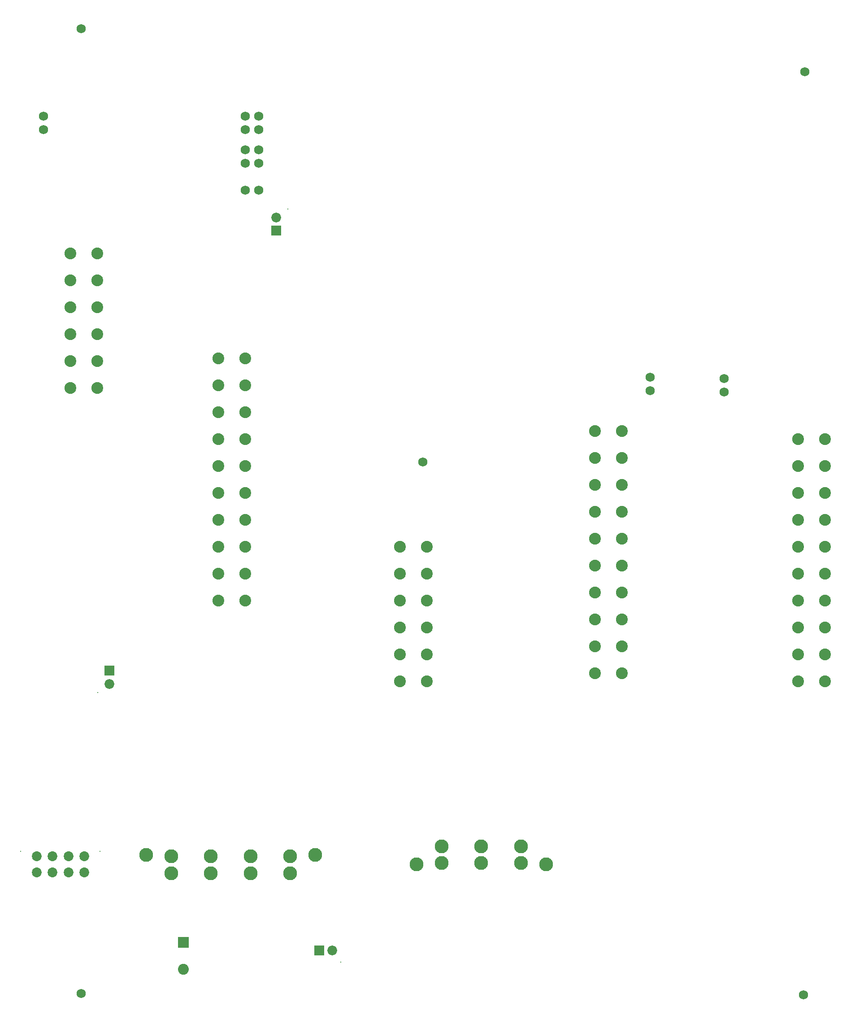
<source format=gbs>
G04 Layer_Color=16711935*
%FSLAX24Y24*%
%MOIN*%
G70*
G01*
G75*
%ADD32C,0.0680*%
%ADD33R,0.0808X0.0808*%
%ADD34C,0.0808*%
%ADD35C,0.0879*%
%ADD36C,0.1030*%
%ADD37C,0.0080*%
%ADD38C,0.0724*%
%ADD39R,0.0724X0.0724*%
%ADD40C,0.0730*%
%ADD41R,0.0724X0.0724*%
D32*
X35200Y47800D02*
D03*
X63600Y76800D02*
D03*
X9800Y80000D02*
D03*
X63500Y8200D02*
D03*
X9800Y8300D02*
D03*
X7000Y73500D02*
D03*
Y72500D02*
D03*
X23000Y70000D02*
D03*
X22000D02*
D03*
X23000Y71000D02*
D03*
X22000D02*
D03*
X23000Y72500D02*
D03*
X22000D02*
D03*
X23000Y73500D02*
D03*
X22000D02*
D03*
X23000Y68000D02*
D03*
X22000D02*
D03*
X52100Y53100D02*
D03*
Y54100D02*
D03*
X57600Y53000D02*
D03*
Y54000D02*
D03*
D33*
X17400Y12100D02*
D03*
D34*
Y10100D02*
D03*
D35*
X63100Y49500D02*
D03*
Y47500D02*
D03*
Y45500D02*
D03*
Y43500D02*
D03*
Y41500D02*
D03*
Y39500D02*
D03*
X65100D02*
D03*
Y41500D02*
D03*
Y43500D02*
D03*
Y45500D02*
D03*
Y47500D02*
D03*
Y49500D02*
D03*
X63100Y31500D02*
D03*
X65100D02*
D03*
Y37500D02*
D03*
Y35500D02*
D03*
Y33500D02*
D03*
X63100D02*
D03*
Y35500D02*
D03*
Y37500D02*
D03*
X48000Y50100D02*
D03*
Y48100D02*
D03*
Y46100D02*
D03*
Y44100D02*
D03*
Y42100D02*
D03*
Y40100D02*
D03*
X50000D02*
D03*
Y42100D02*
D03*
Y44100D02*
D03*
Y46100D02*
D03*
Y48100D02*
D03*
Y50100D02*
D03*
X48000Y32100D02*
D03*
X50000D02*
D03*
Y38100D02*
D03*
Y36100D02*
D03*
Y34100D02*
D03*
X48000D02*
D03*
Y36100D02*
D03*
Y38100D02*
D03*
X20000Y53500D02*
D03*
Y51500D02*
D03*
X35500Y41500D02*
D03*
Y39500D02*
D03*
Y37500D02*
D03*
Y35500D02*
D03*
Y33500D02*
D03*
Y31500D02*
D03*
X33500D02*
D03*
Y33500D02*
D03*
Y35500D02*
D03*
Y37500D02*
D03*
Y39500D02*
D03*
Y41500D02*
D03*
X20000Y43500D02*
D03*
Y41500D02*
D03*
Y39500D02*
D03*
X22000D02*
D03*
Y41500D02*
D03*
Y43500D02*
D03*
Y37500D02*
D03*
X20000D02*
D03*
X22000Y55500D02*
D03*
Y53500D02*
D03*
Y51500D02*
D03*
Y49500D02*
D03*
Y47500D02*
D03*
Y45500D02*
D03*
X20000D02*
D03*
Y47500D02*
D03*
Y49500D02*
D03*
Y55500D02*
D03*
X11000Y63300D02*
D03*
Y61300D02*
D03*
Y59300D02*
D03*
Y57300D02*
D03*
Y55300D02*
D03*
Y53300D02*
D03*
X9000D02*
D03*
Y55300D02*
D03*
Y57300D02*
D03*
Y59300D02*
D03*
Y61300D02*
D03*
Y63300D02*
D03*
D36*
X14630Y18600D02*
D03*
X27220D02*
D03*
X25350Y17250D02*
D03*
X22400D02*
D03*
X19450D02*
D03*
X16500D02*
D03*
Y18500D02*
D03*
X19450D02*
D03*
X22400D02*
D03*
X25350D02*
D03*
X34730Y17900D02*
D03*
X44370D02*
D03*
X42500Y19250D02*
D03*
X39550D02*
D03*
X36600D02*
D03*
Y18000D02*
D03*
X39550D02*
D03*
X42500D02*
D03*
D37*
X29114Y10634D02*
D03*
X11220Y18870D02*
D03*
X5320D02*
D03*
X11034Y30686D02*
D03*
X25166Y66614D02*
D03*
D38*
X28484Y11500D02*
D03*
X11900Y31316D02*
D03*
X24300Y65984D02*
D03*
D39*
X27500Y11500D02*
D03*
D40*
X8860Y18500D02*
D03*
Y17320D02*
D03*
X10040D02*
D03*
X7680D02*
D03*
X6500D02*
D03*
X10040Y18500D02*
D03*
X7680D02*
D03*
X6500Y18500D02*
D03*
D41*
X11900Y32300D02*
D03*
X24300Y65000D02*
D03*
M02*

</source>
